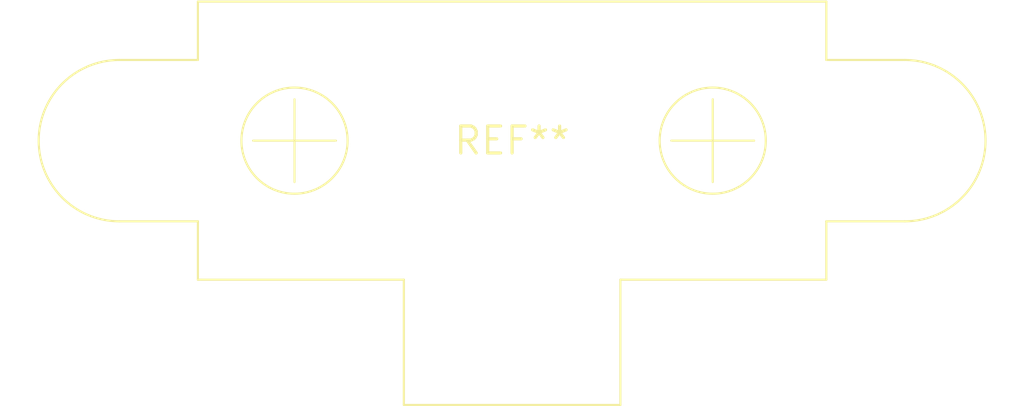
<source format=kicad_pcb>
(kicad_pcb (version 20240108) (generator pcbnew)
  (layers (0 "F.Cu" signal) (31 "B.Cu" signal) (34 "B.Paste" user) (35 "F.Paste" user) (36 "B.SilkS" user "B.Silkscreen") (37 "F.SilkS" user "F.Silkscreen") (38 "B.Mask" user) (39 "F.Mask" user) (44 "Edge.Cuts" user))
  (net 0 "")
  (footprint "Sharp_GP2Y0A41SK0F" (layer "F.Cu") (at 0 0)
    (property "Reference" "REF**")
    (property "Value" "Sharp_GP2Y0A41SK0F")
    (fp_line (start -18.5 -3.8) (end -14.8 -3.8) (layer "F.SilkS") (stroke (width 0.1)))
    (fp_line (start -14.8 -6.55) (end 14.8 -6.55) (layer "F.SilkS") (stroke (width 0.1)))
    (fp_line (start -14.8 -3.8) (end -14.8 -6.55) (layer "F.SilkS") (stroke (width 0.1)))
    (fp_line (start -14.8 3.8) (end -18.5 3.8) (layer "F.SilkS") (stroke (width 0.1)))
    (fp_line (start -14.8 6.55) (end -14.8 3.8) (layer "F.SilkS") (stroke (width 0.1)))
    (fp_line (start -12.2 0) (end -8.3 0) (layer "F.SilkS") (stroke (width 0.1)))
    (fp_line (start -10.25 -1.95) (end -10.25 1.95) (layer "F.SilkS") (stroke (width 0.1)))
    (fp_line (start -5.1 6.55) (end -14.8 6.55) (layer "F.SilkS") (stroke (width 0.1)))
    (fp_line (start -5.1 12.45) (end -5.1 6.55) (layer "F.SilkS") (stroke (width 0.1)))
    (fp_line (start 5.1 6.55) (end 5.1 12.45) (layer "F.SilkS") (stroke (width 0.1)))
    (fp_line (start 5.1 12.45) (end -5.1 12.45) (layer "F.SilkS") (stroke (width 0.1)))
    (fp_line (start 7.5 0) (end 11.4 0) (layer "F.SilkS") (stroke (width 0.1)))
    (fp_line (start 9.45 -1.95) (end 9.45 1.95) (layer "F.SilkS") (stroke (width 0.1)))
    (fp_line (start 14.8 -6.55) (end 14.8 -3.8) (layer "F.SilkS") (stroke (width 0.1)))
    (fp_line (start 14.8 -3.8) (end 18.5 -3.8) (layer "F.SilkS") (stroke (width 0.1)))
    (fp_line (start 14.8 3.8) (end 14.8 6.55) (layer "F.SilkS") (stroke (width 0.1)))
    (fp_line (start 14.8 6.55) (end 5.1 6.55) (layer "F.SilkS") (stroke (width 0.1)))
    (fp_line (start 18.5 3.8) (end 14.8 3.8) (layer "F.SilkS") (stroke (width 0.1)))
    (fp_arc (start -18.5 3.8) (mid -22.3 0) (end -18.5 -3.8) (layer "F.SilkS") (stroke (width 0.1)))
    (fp_arc (start 18.5 -3.8) (mid 22.3 0) (end 18.5 3.8) (layer "F.SilkS") (stroke (width 0.1)))
    (fp_circle (center -10.25 0) (end -7.75 0) (layer "F.SilkS") (stroke (width 0.1)) (fill none))
    (fp_circle (center 9.45 0) (end 11.95 0) (layer "F.SilkS") (stroke (width 0.1)) (fill none))
    (pad "1" thru_hole circle (at -18.5 0) (size 6.1 6.1) (drill 1) (layers *.Cu *.Mask) (remove_unused_layers))
    (pad "2" thru_hole circle (at 18.5 0) (size 6.1 6.1) (drill 1) (layers *.Cu *.Mask) (remove_unused_layers))
  )
)
</source>
